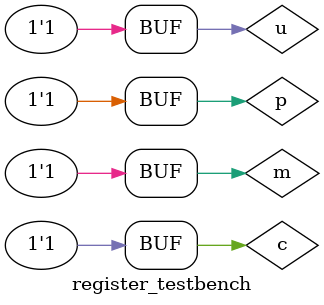
<source format=sv>
module register(STL, DISC, M, U, P, C);
	output logic STL, DISC;
	input logic M, U, P, C;
	
	assign DISC = (P | (U & C));
	assign STL = ((U & ~(P | M)) | ~(M | U | C));
endmodule

module register_testbench();
	logic isStolen, isDiscounted;
	logic m, u, p, c;

	register dut (.STL(isStolen), .DISC(isDiscounted), .M(m), .U(u), .P(p), .C(c));
	
	initial begin
		m=0; u=0; p=0; c=0; #10;
		m=0; u=0; p=0; c=1; #10;
		m=0; u=0; p=1; c=0; #10;
		m=0; u=0; p=1; c=1; #10;
		m=0; u=1; p=0; c=0; #10;
		m=0; u=1; p=0; c=1; #10;
		m=0; u=1; p=1; c=0; #10;
		m=0; u=1; p=1; c=1; #10;
		m=1; u=0; p=0; c=0; #10;
		m=1; u=0; p=0; c=1; #10;
		m=1; u=0; p=1; c=0; #10;
		m=1; u=0; p=1; c=1; #10;
		m=1; u=1; p=0; c=0; #10;
		m=1; u=1; p=0; c=1; #10;
		m=1; u=1; p=1; c=0; #10;
		m=1; u=1; p=1; c=1; #10;
	end
endmodule

</source>
